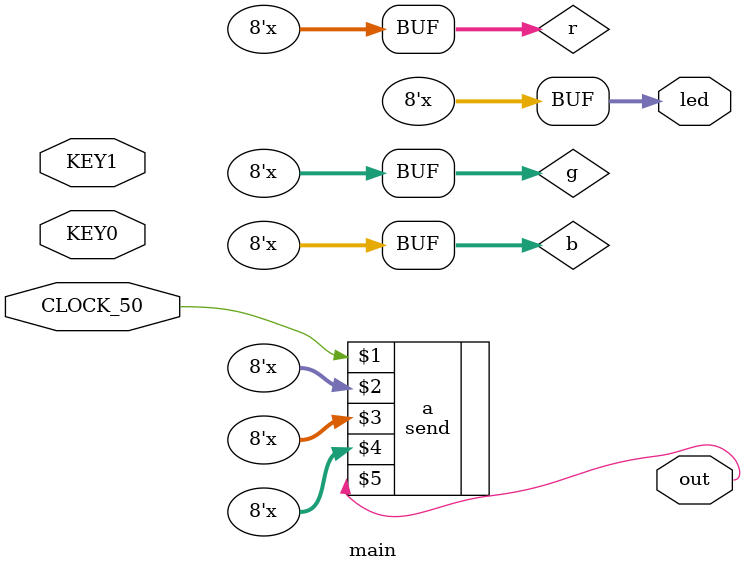
<source format=v>
module main(CLOCK_50,out,KEY0,KEY1,led);
	input CLOCK_50;
	input KEY0;
	input KEY1;
	reg clk;
	output wire out;
	output reg [7:0] led;
	reg [13:0] count; 
	reg [7:0] g=8'b00000000;
	reg [7:0] r=8'b00000000;
	reg [7:0] b=8'b00000000;
	always @( * )
	begin
	if(KEY0==0)
		begin
		count=0;
		end
	if(count>2500)
	begin
	clk=CLOCK_50;
	end
	else
	count=count+1;
	end
	
	always @(KEY1)
	begin 
	if(KEY1==0)
	begin
	g=g^(8'b11111111);
	r=r^(8'b11111111);
	b=b^(8'b11111111);
	led=g;
	end
	end
	send a (CLOCK_50,r,g,b,out);
endmodule 
</source>
